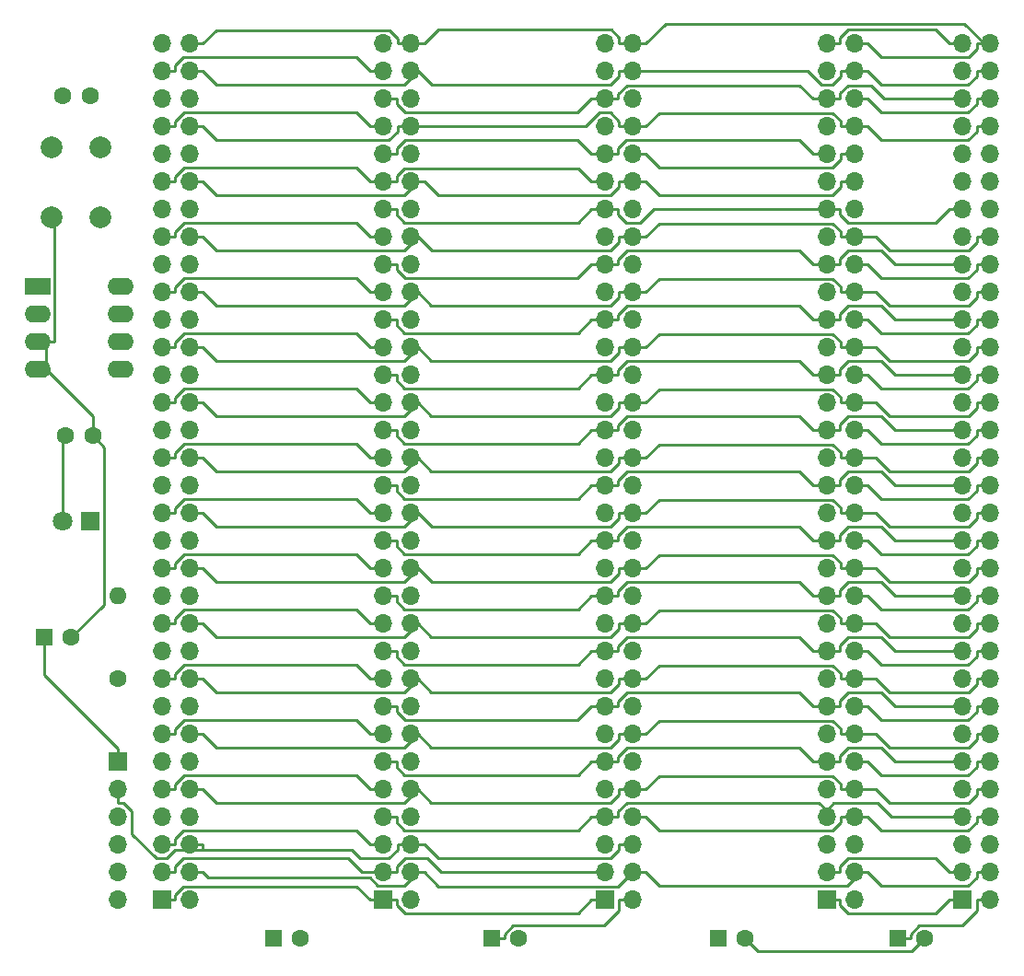
<source format=gtl>
G04 #@! TF.GenerationSoftware,KiCad,Pcbnew,(6.0.2)*
G04 #@! TF.CreationDate,2022-10-15T15:33:44-07:00*
G04 #@! TF.ProjectId,Backplane,4261636b-706c-4616-9e65-2e6b69636164,1.0*
G04 #@! TF.SameCoordinates,Original*
G04 #@! TF.FileFunction,Copper,L1,Top*
G04 #@! TF.FilePolarity,Positive*
%FSLAX46Y46*%
G04 Gerber Fmt 4.6, Leading zero omitted, Abs format (unit mm)*
G04 Created by KiCad (PCBNEW (6.0.2)) date 2022-10-15 15:33:44*
%MOMM*%
%LPD*%
G01*
G04 APERTURE LIST*
G04 #@! TA.AperFunction,ComponentPad*
%ADD10R,2.400000X1.600000*%
G04 #@! TD*
G04 #@! TA.AperFunction,ComponentPad*
%ADD11O,2.400000X1.600000*%
G04 #@! TD*
G04 #@! TA.AperFunction,ComponentPad*
%ADD12C,2.000000*%
G04 #@! TD*
G04 #@! TA.AperFunction,ComponentPad*
%ADD13C,1.600000*%
G04 #@! TD*
G04 #@! TA.AperFunction,ComponentPad*
%ADD14O,1.600000X1.600000*%
G04 #@! TD*
G04 #@! TA.AperFunction,ComponentPad*
%ADD15R,1.800000X1.800000*%
G04 #@! TD*
G04 #@! TA.AperFunction,ComponentPad*
%ADD16C,1.800000*%
G04 #@! TD*
G04 #@! TA.AperFunction,ComponentPad*
%ADD17R,1.600000X1.600000*%
G04 #@! TD*
G04 #@! TA.AperFunction,ComponentPad*
%ADD18R,1.700000X1.700000*%
G04 #@! TD*
G04 #@! TA.AperFunction,ComponentPad*
%ADD19O,1.700000X1.700000*%
G04 #@! TD*
G04 #@! TA.AperFunction,Conductor*
%ADD20C,0.254000*%
G04 #@! TD*
G04 APERTURE END LIST*
D10*
X98537000Y-79512000D03*
D11*
X98537000Y-82052000D03*
X98537000Y-84592000D03*
X98537000Y-87132000D03*
X106157000Y-87132000D03*
X106157000Y-84592000D03*
X106157000Y-82052000D03*
X106157000Y-79512000D03*
D12*
X99822000Y-66652000D03*
X99822000Y-73152000D03*
X104322000Y-66652000D03*
X104322000Y-73152000D03*
D13*
X101112000Y-93218000D03*
X103612000Y-93218000D03*
X103358000Y-61976000D03*
X100858000Y-61976000D03*
X105918000Y-115570000D03*
D14*
X105918000Y-107950000D03*
D15*
X103383000Y-101092000D03*
D16*
X100843000Y-101092000D03*
D17*
X99147600Y-111760000D03*
D13*
X101647600Y-111760000D03*
D17*
X120206900Y-139446000D03*
D13*
X122706900Y-139446000D03*
D17*
X177610900Y-139446000D03*
D13*
X180110900Y-139446000D03*
D17*
X161100900Y-139446000D03*
D13*
X163600900Y-139446000D03*
D17*
X140272900Y-139446000D03*
D13*
X142772900Y-139446000D03*
D18*
X109962000Y-135895000D03*
D19*
X112502000Y-135895000D03*
X109962000Y-133355000D03*
X112502000Y-133355000D03*
X109962000Y-130815000D03*
X112502000Y-130815000D03*
X109962000Y-128275000D03*
X112502000Y-128275000D03*
X109962000Y-125735000D03*
X112502000Y-125735000D03*
X109962000Y-123195000D03*
X112502000Y-123195000D03*
X109962000Y-120655000D03*
X112502000Y-120655000D03*
X109962000Y-118115000D03*
X112502000Y-118115000D03*
X109962000Y-115575000D03*
X112502000Y-115575000D03*
X109962000Y-113035000D03*
X112502000Y-113035000D03*
X109962000Y-110495000D03*
X112502000Y-110495000D03*
X109962000Y-107955000D03*
X112502000Y-107955000D03*
X109962000Y-105415000D03*
X112502000Y-105415000D03*
X109962000Y-102875000D03*
X112502000Y-102875000D03*
X109962000Y-100335000D03*
X112502000Y-100335000D03*
X109962000Y-97795000D03*
X112502000Y-97795000D03*
X109962000Y-95255000D03*
X112502000Y-95255000D03*
X109962000Y-92715000D03*
X112502000Y-92715000D03*
X109962000Y-90175000D03*
X112502000Y-90175000D03*
X109962000Y-87635000D03*
X112502000Y-87635000D03*
X109962000Y-85095000D03*
X112502000Y-85095000D03*
X109962000Y-82555000D03*
X112502000Y-82555000D03*
X109962000Y-80015000D03*
X112502000Y-80015000D03*
X109962000Y-77475000D03*
X112502000Y-77475000D03*
X109962000Y-74935000D03*
X112502000Y-74935000D03*
X109962000Y-72395000D03*
X112502000Y-72395000D03*
X109962000Y-69855000D03*
X112502000Y-69855000D03*
X109962000Y-67315000D03*
X112502000Y-67315000D03*
X109962000Y-64775000D03*
X112502000Y-64775000D03*
X109962000Y-62235000D03*
X112502000Y-62235000D03*
X109962000Y-59695000D03*
X112502000Y-59695000D03*
X109962000Y-57155000D03*
X112502000Y-57155000D03*
X132879300Y-57155000D03*
X130339300Y-57155000D03*
X132879300Y-59695000D03*
X130339300Y-59695000D03*
X132879300Y-62235000D03*
X130339300Y-62235000D03*
X132879300Y-64775000D03*
X130339300Y-64775000D03*
X132879300Y-67315000D03*
X130339300Y-67315000D03*
X132879300Y-69855000D03*
X130339300Y-69855000D03*
X132879300Y-72395000D03*
X130339300Y-72395000D03*
X132879300Y-74935000D03*
X130339300Y-74935000D03*
X132879300Y-77475000D03*
X130339300Y-77475000D03*
X132879300Y-80015000D03*
X130339300Y-80015000D03*
X132879300Y-82555000D03*
X130339300Y-82555000D03*
X132879300Y-85095000D03*
X130339300Y-85095000D03*
X132879300Y-87635000D03*
X130339300Y-87635000D03*
X132879300Y-90175000D03*
X130339300Y-90175000D03*
X132879300Y-92715000D03*
X130339300Y-92715000D03*
X132879300Y-95255000D03*
X130339300Y-95255000D03*
X132879300Y-97795000D03*
X130339300Y-97795000D03*
X132879300Y-100335000D03*
X130339300Y-100335000D03*
X132879300Y-102875000D03*
X130339300Y-102875000D03*
X132879300Y-105415000D03*
X130339300Y-105415000D03*
X132879300Y-107955000D03*
X130339300Y-107955000D03*
X132879300Y-110495000D03*
X130339300Y-110495000D03*
X132879300Y-113035000D03*
X130339300Y-113035000D03*
X132879300Y-115575000D03*
X130339300Y-115575000D03*
X132879300Y-118115000D03*
X130339300Y-118115000D03*
X132879300Y-120655000D03*
X130339300Y-120655000D03*
X132879300Y-123195000D03*
X130339300Y-123195000D03*
X132879300Y-125735000D03*
X130339300Y-125735000D03*
X132879300Y-128275000D03*
X130339300Y-128275000D03*
X132879300Y-130815000D03*
X130339300Y-130815000D03*
X132879300Y-133355000D03*
X130339300Y-133355000D03*
X132879300Y-135895000D03*
D18*
X130339300Y-135895000D03*
D19*
X173634000Y-57155000D03*
X171094000Y-57155000D03*
X173634000Y-59695000D03*
X171094000Y-59695000D03*
X173634000Y-62235000D03*
X171094000Y-62235000D03*
X173634000Y-64775000D03*
X171094000Y-64775000D03*
X173634000Y-67315000D03*
X171094000Y-67315000D03*
X173634000Y-69855000D03*
X171094000Y-69855000D03*
X173634000Y-72395000D03*
X171094000Y-72395000D03*
X173634000Y-74935000D03*
X171094000Y-74935000D03*
X173634000Y-77475000D03*
X171094000Y-77475000D03*
X173634000Y-80015000D03*
X171094000Y-80015000D03*
X173634000Y-82555000D03*
X171094000Y-82555000D03*
X173634000Y-85095000D03*
X171094000Y-85095000D03*
X173634000Y-87635000D03*
X171094000Y-87635000D03*
X173634000Y-90175000D03*
X171094000Y-90175000D03*
X173634000Y-92715000D03*
X171094000Y-92715000D03*
X173634000Y-95255000D03*
X171094000Y-95255000D03*
X173634000Y-97795000D03*
X171094000Y-97795000D03*
X173634000Y-100335000D03*
X171094000Y-100335000D03*
X173634000Y-102875000D03*
X171094000Y-102875000D03*
X173634000Y-105415000D03*
X171094000Y-105415000D03*
X173634000Y-107955000D03*
X171094000Y-107955000D03*
X173634000Y-110495000D03*
X171094000Y-110495000D03*
X173634000Y-113035000D03*
X171094000Y-113035000D03*
X173634000Y-115575000D03*
X171094000Y-115575000D03*
X173634000Y-118115000D03*
X171094000Y-118115000D03*
X173634000Y-120655000D03*
X171094000Y-120655000D03*
X173634000Y-123195000D03*
X171094000Y-123195000D03*
X173634000Y-125735000D03*
X171094000Y-125735000D03*
X173634000Y-128275000D03*
X171094000Y-128275000D03*
X173634000Y-130815000D03*
X171094000Y-130815000D03*
X173634000Y-133355000D03*
X171094000Y-133355000D03*
X173634000Y-135895000D03*
D18*
X171094000Y-135895000D03*
D19*
X153256700Y-57155000D03*
X150716700Y-57155000D03*
X153256700Y-59695000D03*
X150716700Y-59695000D03*
X153256700Y-62235000D03*
X150716700Y-62235000D03*
X153256700Y-64775000D03*
X150716700Y-64775000D03*
X153256700Y-67315000D03*
X150716700Y-67315000D03*
X153256700Y-69855000D03*
X150716700Y-69855000D03*
X153256700Y-72395000D03*
X150716700Y-72395000D03*
X153256700Y-74935000D03*
X150716700Y-74935000D03*
X153256700Y-77475000D03*
X150716700Y-77475000D03*
X153256700Y-80015000D03*
X150716700Y-80015000D03*
X153256700Y-82555000D03*
X150716700Y-82555000D03*
X153256700Y-85095000D03*
X150716700Y-85095000D03*
X153256700Y-87635000D03*
X150716700Y-87635000D03*
X153256700Y-90175000D03*
X150716700Y-90175000D03*
X153256700Y-92715000D03*
X150716700Y-92715000D03*
X153256700Y-95255000D03*
X150716700Y-95255000D03*
X153256700Y-97795000D03*
X150716700Y-97795000D03*
X153256700Y-100335000D03*
X150716700Y-100335000D03*
X153256700Y-102875000D03*
X150716700Y-102875000D03*
X153256700Y-105415000D03*
X150716700Y-105415000D03*
X153256700Y-107955000D03*
X150716700Y-107955000D03*
X153256700Y-110495000D03*
X150716700Y-110495000D03*
X153256700Y-113035000D03*
X150716700Y-113035000D03*
X153256700Y-115575000D03*
X150716700Y-115575000D03*
X153256700Y-118115000D03*
X150716700Y-118115000D03*
X153256700Y-120655000D03*
X150716700Y-120655000D03*
X153256700Y-123195000D03*
X150716700Y-123195000D03*
X153256700Y-125735000D03*
X150716700Y-125735000D03*
X153256700Y-128275000D03*
X150716700Y-128275000D03*
X153256700Y-130815000D03*
X150716700Y-130815000D03*
X153256700Y-133355000D03*
X150716700Y-133355000D03*
X153256700Y-135895000D03*
D18*
X150716700Y-135895000D03*
X105918000Y-123190000D03*
D19*
X105918000Y-125730000D03*
X105918000Y-128270000D03*
X105918000Y-130810000D03*
X105918000Y-133350000D03*
X105918000Y-135890000D03*
D18*
X183605000Y-135895000D03*
D19*
X186145000Y-135895000D03*
X183605000Y-133355000D03*
X186145000Y-133355000D03*
X183605000Y-130815000D03*
X186145000Y-130815000D03*
X183605000Y-128275000D03*
X186145000Y-128275000D03*
X183605000Y-125735000D03*
X186145000Y-125735000D03*
X183605000Y-123195000D03*
X186145000Y-123195000D03*
X183605000Y-120655000D03*
X186145000Y-120655000D03*
X183605000Y-118115000D03*
X186145000Y-118115000D03*
X183605000Y-115575000D03*
X186145000Y-115575000D03*
X183605000Y-113035000D03*
X186145000Y-113035000D03*
X183605000Y-110495000D03*
X186145000Y-110495000D03*
X183605000Y-107955000D03*
X186145000Y-107955000D03*
X183605000Y-105415000D03*
X186145000Y-105415000D03*
X183605000Y-102875000D03*
X186145000Y-102875000D03*
X183605000Y-100335000D03*
X186145000Y-100335000D03*
X183605000Y-97795000D03*
X186145000Y-97795000D03*
X183605000Y-95255000D03*
X186145000Y-95255000D03*
X183605000Y-92715000D03*
X186145000Y-92715000D03*
X183605000Y-90175000D03*
X186145000Y-90175000D03*
X183605000Y-87635000D03*
X186145000Y-87635000D03*
X183605000Y-85095000D03*
X186145000Y-85095000D03*
X183605000Y-82555000D03*
X186145000Y-82555000D03*
X183605000Y-80015000D03*
X186145000Y-80015000D03*
X183605000Y-77475000D03*
X186145000Y-77475000D03*
X183605000Y-74935000D03*
X186145000Y-74935000D03*
X183605000Y-72395000D03*
X186145000Y-72395000D03*
X183605000Y-69855000D03*
X186145000Y-69855000D03*
X183605000Y-67315000D03*
X186145000Y-67315000D03*
X183605000Y-64775000D03*
X186145000Y-64775000D03*
X183605000Y-62235000D03*
X186145000Y-62235000D03*
X183605000Y-59695000D03*
X186145000Y-59695000D03*
X183605000Y-57155000D03*
X186145000Y-57155000D03*
D20*
X173634000Y-125735000D02*
X174865300Y-125735000D01*
X186145000Y-125735000D02*
X184913700Y-125735000D01*
X175584100Y-125735000D02*
X174865300Y-125735000D01*
X176854100Y-127005000D02*
X175584100Y-125735000D01*
X184153900Y-127005000D02*
X176854100Y-127005000D01*
X184913700Y-126245200D02*
X184153900Y-127005000D01*
X184913700Y-125735000D02*
X184913700Y-126245200D01*
X132879300Y-125735000D02*
X133495000Y-125735000D01*
X172402700Y-125224800D02*
X172402700Y-125735000D01*
X171672700Y-124494800D02*
X172402700Y-125224800D01*
X155728200Y-124494800D02*
X171672700Y-124494800D01*
X154488000Y-125735000D02*
X155728200Y-124494800D01*
X173634000Y-125735000D02*
X172402700Y-125735000D01*
X132260900Y-126969100D02*
X133495000Y-125735000D01*
X114967400Y-126969100D02*
X132260900Y-126969100D01*
X113733300Y-125735000D02*
X114967400Y-126969100D01*
X153872400Y-125735000D02*
X154488000Y-125735000D01*
X153872400Y-125735000D02*
X153256700Y-125735000D01*
X134726400Y-126966400D02*
X133495000Y-125735000D01*
X151255700Y-126966400D02*
X134726400Y-126966400D01*
X152025400Y-126196700D02*
X151255700Y-126966400D01*
X152025400Y-125735000D02*
X152025400Y-126196700D01*
X153256700Y-125735000D02*
X152025400Y-125735000D01*
X112502000Y-125735000D02*
X113733300Y-125735000D01*
X173634000Y-100335000D02*
X174865300Y-100335000D01*
X186145000Y-100335000D02*
X184913700Y-100335000D01*
X175584100Y-100335000D02*
X174865300Y-100335000D01*
X176854100Y-101605000D02*
X175584100Y-100335000D01*
X184153900Y-101605000D02*
X176854100Y-101605000D01*
X184913700Y-100845200D02*
X184153900Y-101605000D01*
X184913700Y-100335000D02*
X184913700Y-100845200D01*
X132879300Y-100335000D02*
X133495000Y-100335000D01*
X172402700Y-99824800D02*
X172402700Y-100335000D01*
X171672700Y-99094800D02*
X172402700Y-99824800D01*
X155728200Y-99094800D02*
X171672700Y-99094800D01*
X154488000Y-100335000D02*
X155728200Y-99094800D01*
X173634000Y-100335000D02*
X172402700Y-100335000D01*
X132260900Y-101569100D02*
X133495000Y-100335000D01*
X114967400Y-101569100D02*
X132260900Y-101569100D01*
X113733300Y-100335000D02*
X114967400Y-101569100D01*
X153872400Y-100335000D02*
X154488000Y-100335000D01*
X153872400Y-100335000D02*
X153256700Y-100335000D01*
X134765000Y-101605000D02*
X133495000Y-100335000D01*
X151217100Y-101605000D02*
X134765000Y-101605000D01*
X152025400Y-100796700D02*
X151217100Y-101605000D01*
X152025400Y-100335000D02*
X152025400Y-100796700D01*
X153256700Y-100335000D02*
X152025400Y-100335000D01*
X112502000Y-100335000D02*
X113733300Y-100335000D01*
X176121000Y-104130700D02*
X174865300Y-102875000D01*
X184119700Y-104130700D02*
X176121000Y-104130700D01*
X184913700Y-103336700D02*
X184119700Y-104130700D01*
X184913700Y-102875000D02*
X184913700Y-103336700D01*
X186145000Y-102875000D02*
X184913700Y-102875000D01*
X173634000Y-102875000D02*
X174865300Y-102875000D01*
X173634000Y-115575000D02*
X174865300Y-115575000D01*
X186145000Y-115575000D02*
X184913700Y-115575000D01*
X175584100Y-115575000D02*
X174865300Y-115575000D01*
X176854100Y-116845000D02*
X175584100Y-115575000D01*
X184153900Y-116845000D02*
X176854100Y-116845000D01*
X184913700Y-116085200D02*
X184153900Y-116845000D01*
X184913700Y-115575000D02*
X184913700Y-116085200D01*
X132879300Y-115575000D02*
X133495000Y-115575000D01*
X172402700Y-115064800D02*
X172402700Y-115575000D01*
X171672700Y-114334800D02*
X172402700Y-115064800D01*
X155728200Y-114334800D02*
X171672700Y-114334800D01*
X154488000Y-115575000D02*
X155728200Y-114334800D01*
X173634000Y-115575000D02*
X172402700Y-115575000D01*
X132260900Y-116809100D02*
X133495000Y-115575000D01*
X114967400Y-116809100D02*
X132260900Y-116809100D01*
X113733300Y-115575000D02*
X114967400Y-116809100D01*
X153872400Y-115575000D02*
X154488000Y-115575000D01*
X153872400Y-115575000D02*
X153256700Y-115575000D01*
X134726400Y-116806400D02*
X133495000Y-115575000D01*
X151255700Y-116806400D02*
X134726400Y-116806400D01*
X152025400Y-116036700D02*
X151255700Y-116806400D01*
X152025400Y-115575000D02*
X152025400Y-116036700D01*
X153256700Y-115575000D02*
X152025400Y-115575000D01*
X112502000Y-115575000D02*
X113733300Y-115575000D01*
X99147600Y-115188300D02*
X99147600Y-111760000D01*
X105918000Y-121958700D02*
X99147600Y-115188300D01*
X105918000Y-123190000D02*
X105918000Y-121958700D01*
X140272900Y-139446000D02*
X141454200Y-139446000D01*
X141454200Y-139076700D02*
X141454200Y-139446000D01*
X142266200Y-138264700D02*
X141454200Y-139076700D01*
X150656100Y-138264700D02*
X142266200Y-138264700D01*
X152025400Y-136895400D02*
X150656100Y-138264700D01*
X152025400Y-135895000D02*
X152025400Y-136895400D01*
X153256700Y-135895000D02*
X152025400Y-135895000D01*
X178792200Y-139076700D02*
X178792200Y-139446000D01*
X179604200Y-138264700D02*
X178792200Y-139076700D01*
X183544400Y-138264700D02*
X179604200Y-138264700D01*
X184913700Y-136895400D02*
X183544400Y-138264700D01*
X184913700Y-135895000D02*
X184913700Y-136895400D01*
X186145000Y-135895000D02*
X184913700Y-135895000D01*
X177610900Y-139446000D02*
X178792200Y-139446000D01*
X100843000Y-93487000D02*
X101112000Y-93218000D01*
X100843000Y-101092000D02*
X100843000Y-93487000D01*
X176121000Y-129530700D02*
X174865300Y-128275000D01*
X184119700Y-129530700D02*
X176121000Y-129530700D01*
X184913700Y-128736700D02*
X184119700Y-129530700D01*
X184913700Y-128275000D02*
X184913700Y-128736700D01*
X186145000Y-128275000D02*
X184913700Y-128275000D01*
X173634000Y-128275000D02*
X174865300Y-128275000D01*
X172402700Y-128785200D02*
X172402700Y-128275000D01*
X171642900Y-129545000D02*
X172402700Y-128785200D01*
X155758000Y-129545000D02*
X171642900Y-129545000D01*
X154488000Y-128275000D02*
X155758000Y-129545000D01*
X153256700Y-128275000D02*
X154488000Y-128275000D01*
X173634000Y-128275000D02*
X172402700Y-128275000D01*
X176121000Y-124450700D02*
X174865300Y-123195000D01*
X184119700Y-124450700D02*
X176121000Y-124450700D01*
X184913700Y-123656700D02*
X184119700Y-124450700D01*
X184913700Y-123195000D02*
X184913700Y-123656700D01*
X186145000Y-123195000D02*
X184913700Y-123195000D01*
X173634000Y-123195000D02*
X174865300Y-123195000D01*
X131570600Y-66804800D02*
X131570600Y-67315000D01*
X132330400Y-66045000D02*
X131570600Y-66804800D01*
X148215400Y-66045000D02*
X132330400Y-66045000D01*
X149485400Y-67315000D02*
X148215400Y-66045000D01*
X150716700Y-67315000D02*
X149485400Y-67315000D01*
X130339300Y-67315000D02*
X131570600Y-67315000D01*
X151948000Y-66804800D02*
X151948000Y-67315000D01*
X152707800Y-66045000D02*
X151948000Y-66804800D01*
X168592700Y-66045000D02*
X152707800Y-66045000D01*
X169862700Y-67315000D02*
X168592700Y-66045000D01*
X171094000Y-67315000D02*
X169862700Y-67315000D01*
X150716700Y-67315000D02*
X151948000Y-67315000D01*
X109962000Y-69855000D02*
X111193300Y-69855000D01*
X130339300Y-69855000D02*
X129108000Y-69855000D01*
X127838000Y-68585000D02*
X129108000Y-69855000D01*
X112001600Y-68585000D02*
X127838000Y-68585000D01*
X111193300Y-69393300D02*
X112001600Y-68585000D01*
X111193300Y-69855000D02*
X111193300Y-69393300D01*
X131570600Y-69344800D02*
X131570600Y-69855000D01*
X132291800Y-68623600D02*
X131570600Y-69344800D01*
X148254000Y-68623600D02*
X132291800Y-68623600D01*
X149485400Y-69855000D02*
X148254000Y-68623600D01*
X150716700Y-69855000D02*
X149485400Y-69855000D01*
X130339300Y-69855000D02*
X131570600Y-69855000D01*
X131570600Y-72905200D02*
X131570600Y-72395000D01*
X132300600Y-73635200D02*
X131570600Y-72905200D01*
X148245200Y-73635200D02*
X132300600Y-73635200D01*
X149485400Y-72395000D02*
X148245200Y-73635200D01*
X150716700Y-72395000D02*
X149485400Y-72395000D01*
X130339300Y-72395000D02*
X131570600Y-72395000D01*
X151948000Y-72905200D02*
X151948000Y-72395000D01*
X152707800Y-73665000D02*
X151948000Y-72905200D01*
X153940900Y-73665000D02*
X152707800Y-73665000D01*
X155210900Y-72395000D02*
X153940900Y-73665000D01*
X171094000Y-72395000D02*
X155210900Y-72395000D01*
X150716700Y-72395000D02*
X151948000Y-72395000D01*
X172325300Y-72905200D02*
X172325300Y-72395000D01*
X173085100Y-73665000D02*
X172325300Y-72905200D01*
X181103700Y-73665000D02*
X173085100Y-73665000D01*
X182373700Y-72395000D02*
X181103700Y-73665000D01*
X183605000Y-72395000D02*
X182373700Y-72395000D01*
X171094000Y-72395000D02*
X172325300Y-72395000D01*
X176121000Y-109210700D02*
X174865300Y-107955000D01*
X184119700Y-109210700D02*
X176121000Y-109210700D01*
X184913700Y-108416700D02*
X184119700Y-109210700D01*
X184913700Y-107955000D02*
X184913700Y-108416700D01*
X186145000Y-107955000D02*
X184913700Y-107955000D01*
X173634000Y-107955000D02*
X174865300Y-107955000D01*
X173634000Y-110495000D02*
X174865300Y-110495000D01*
X186145000Y-110495000D02*
X184913700Y-110495000D01*
X175584100Y-110495000D02*
X174865300Y-110495000D01*
X176854100Y-111765000D02*
X175584100Y-110495000D01*
X184153900Y-111765000D02*
X176854100Y-111765000D01*
X184913700Y-111005200D02*
X184153900Y-111765000D01*
X184913700Y-110495000D02*
X184913700Y-111005200D01*
X132879300Y-110495000D02*
X133495000Y-110495000D01*
X172402700Y-109984800D02*
X172402700Y-110495000D01*
X171672700Y-109254800D02*
X172402700Y-109984800D01*
X155728200Y-109254800D02*
X171672700Y-109254800D01*
X154488000Y-110495000D02*
X155728200Y-109254800D01*
X173634000Y-110495000D02*
X172402700Y-110495000D01*
X132260900Y-111729100D02*
X133495000Y-110495000D01*
X114967400Y-111729100D02*
X132260900Y-111729100D01*
X113733300Y-110495000D02*
X114967400Y-111729100D01*
X153872400Y-110495000D02*
X154488000Y-110495000D01*
X153872400Y-110495000D02*
X153256700Y-110495000D01*
X134750700Y-111750700D02*
X133495000Y-110495000D01*
X151231400Y-111750700D02*
X134750700Y-111750700D01*
X152025400Y-110956700D02*
X151231400Y-111750700D01*
X152025400Y-110495000D02*
X152025400Y-110956700D01*
X153256700Y-110495000D02*
X152025400Y-110495000D01*
X112502000Y-110495000D02*
X113733300Y-110495000D01*
X176121000Y-114290700D02*
X174865300Y-113035000D01*
X184119700Y-114290700D02*
X176121000Y-114290700D01*
X184913700Y-113496700D02*
X184119700Y-114290700D01*
X184913700Y-113035000D02*
X184913700Y-113496700D01*
X186145000Y-113035000D02*
X184913700Y-113035000D01*
X173634000Y-113035000D02*
X174865300Y-113035000D01*
X176121000Y-119370700D02*
X174865300Y-118115000D01*
X184119700Y-119370700D02*
X176121000Y-119370700D01*
X184913700Y-118576700D02*
X184119700Y-119370700D01*
X184913700Y-118115000D02*
X184913700Y-118576700D01*
X186145000Y-118115000D02*
X184913700Y-118115000D01*
X173634000Y-118115000D02*
X174865300Y-118115000D01*
X176121000Y-93970700D02*
X174865300Y-92715000D01*
X184119700Y-93970700D02*
X176121000Y-93970700D01*
X184913700Y-93176700D02*
X184119700Y-93970700D01*
X184913700Y-92715000D02*
X184913700Y-93176700D01*
X186145000Y-92715000D02*
X184913700Y-92715000D01*
X173634000Y-92715000D02*
X174865300Y-92715000D01*
X127838000Y-63505000D02*
X129108000Y-64775000D01*
X112001600Y-63505000D02*
X127838000Y-63505000D01*
X111193300Y-64313300D02*
X112001600Y-63505000D01*
X111193300Y-64775000D02*
X111193300Y-64313300D01*
X109962000Y-64775000D02*
X111193300Y-64775000D01*
X130339300Y-64775000D02*
X129108000Y-64775000D01*
X151332400Y-62235000D02*
X151948000Y-62235000D01*
X171094000Y-62235000D02*
X169862700Y-62235000D01*
X168607000Y-60979300D02*
X169862700Y-62235000D01*
X152742000Y-60979300D02*
X168607000Y-60979300D01*
X151948000Y-61773300D02*
X152742000Y-60979300D01*
X151948000Y-62235000D02*
X151948000Y-61773300D01*
X151332400Y-62235000D02*
X150716700Y-62235000D01*
X150716700Y-62235000D02*
X149485400Y-62235000D01*
X130339300Y-62235000D02*
X131570600Y-62235000D01*
X172325300Y-61724800D02*
X172325300Y-62235000D01*
X173046500Y-61003600D02*
X172325300Y-61724800D01*
X175158200Y-61003600D02*
X173046500Y-61003600D01*
X176389600Y-62235000D02*
X175158200Y-61003600D01*
X183605000Y-62235000D02*
X176389600Y-62235000D01*
X171094000Y-62235000D02*
X172325300Y-62235000D01*
X131570600Y-62745200D02*
X131570600Y-62235000D01*
X132330400Y-63505000D02*
X131570600Y-62745200D01*
X148215400Y-63505000D02*
X132330400Y-63505000D01*
X149485400Y-62235000D02*
X148215400Y-63505000D01*
X176121000Y-99050700D02*
X174865300Y-97795000D01*
X184119700Y-99050700D02*
X176121000Y-99050700D01*
X184913700Y-98256700D02*
X184119700Y-99050700D01*
X184913700Y-97795000D02*
X184913700Y-98256700D01*
X186145000Y-97795000D02*
X184913700Y-97795000D01*
X173634000Y-97795000D02*
X174865300Y-97795000D01*
X173634000Y-95255000D02*
X174865300Y-95255000D01*
X186145000Y-95255000D02*
X184913700Y-95255000D01*
X175584100Y-95255000D02*
X174865300Y-95255000D01*
X176854100Y-96525000D02*
X175584100Y-95255000D01*
X184153900Y-96525000D02*
X176854100Y-96525000D01*
X184913700Y-95765200D02*
X184153900Y-96525000D01*
X184913700Y-95255000D02*
X184913700Y-95765200D01*
X132879300Y-95255000D02*
X133495000Y-95255000D01*
X172402700Y-94744800D02*
X172402700Y-95255000D01*
X171672700Y-94014800D02*
X172402700Y-94744800D01*
X155728200Y-94014800D02*
X171672700Y-94014800D01*
X154488000Y-95255000D02*
X155728200Y-94014800D01*
X173634000Y-95255000D02*
X172402700Y-95255000D01*
X132260900Y-96489100D02*
X133495000Y-95255000D01*
X114967400Y-96489100D02*
X132260900Y-96489100D01*
X113733300Y-95255000D02*
X114967400Y-96489100D01*
X153872400Y-95255000D02*
X154488000Y-95255000D01*
X153872400Y-95255000D02*
X153256700Y-95255000D01*
X134726400Y-96486400D02*
X133495000Y-95255000D01*
X151255700Y-96486400D02*
X134726400Y-96486400D01*
X152025400Y-95716700D02*
X151255700Y-96486400D01*
X152025400Y-95255000D02*
X152025400Y-95716700D01*
X153256700Y-95255000D02*
X152025400Y-95255000D01*
X112502000Y-95255000D02*
X113733300Y-95255000D01*
X173634000Y-90175000D02*
X174865300Y-90175000D01*
X186145000Y-90175000D02*
X184913700Y-90175000D01*
X175584100Y-90175000D02*
X174865300Y-90175000D01*
X176854100Y-91445000D02*
X175584100Y-90175000D01*
X184153900Y-91445000D02*
X176854100Y-91445000D01*
X184913700Y-90685200D02*
X184153900Y-91445000D01*
X184913700Y-90175000D02*
X184913700Y-90685200D01*
X132879300Y-90175000D02*
X133495000Y-90175000D01*
X172402700Y-89664800D02*
X172402700Y-90175000D01*
X171672700Y-88934800D02*
X172402700Y-89664800D01*
X155728200Y-88934800D02*
X171672700Y-88934800D01*
X154488000Y-90175000D02*
X155728200Y-88934800D01*
X173634000Y-90175000D02*
X172402700Y-90175000D01*
X132260900Y-91409100D02*
X133495000Y-90175000D01*
X114967400Y-91409100D02*
X132260900Y-91409100D01*
X113733300Y-90175000D02*
X114967400Y-91409100D01*
X153872400Y-90175000D02*
X154488000Y-90175000D01*
X153872400Y-90175000D02*
X153256700Y-90175000D01*
X134726400Y-91406400D02*
X133495000Y-90175000D01*
X151255700Y-91406400D02*
X134726400Y-91406400D01*
X152025400Y-90636700D02*
X151255700Y-91406400D01*
X152025400Y-90175000D02*
X152025400Y-90636700D01*
X153256700Y-90175000D02*
X152025400Y-90175000D01*
X112502000Y-90175000D02*
X113733300Y-90175000D01*
X176121000Y-88890700D02*
X174865300Y-87635000D01*
X184119700Y-88890700D02*
X176121000Y-88890700D01*
X184913700Y-88096700D02*
X184119700Y-88890700D01*
X184913700Y-87635000D02*
X184913700Y-88096700D01*
X186145000Y-87635000D02*
X184913700Y-87635000D01*
X173634000Y-87635000D02*
X174865300Y-87635000D01*
X173634000Y-85095000D02*
X174865300Y-85095000D01*
X186145000Y-85095000D02*
X184913700Y-85095000D01*
X175584100Y-85095000D02*
X174865300Y-85095000D01*
X176854100Y-86365000D02*
X175584100Y-85095000D01*
X184153900Y-86365000D02*
X176854100Y-86365000D01*
X184913700Y-85605200D02*
X184153900Y-86365000D01*
X184913700Y-85095000D02*
X184913700Y-85605200D01*
X132879300Y-85095000D02*
X133495000Y-85095000D01*
X172402700Y-84584800D02*
X172402700Y-85095000D01*
X171672700Y-83854800D02*
X172402700Y-84584800D01*
X155728200Y-83854800D02*
X171672700Y-83854800D01*
X154488000Y-85095000D02*
X155728200Y-83854800D01*
X173634000Y-85095000D02*
X172402700Y-85095000D01*
X132260900Y-86329100D02*
X133495000Y-85095000D01*
X114967400Y-86329100D02*
X132260900Y-86329100D01*
X113733300Y-85095000D02*
X114967400Y-86329100D01*
X153872400Y-85095000D02*
X154488000Y-85095000D01*
X153872400Y-85095000D02*
X153256700Y-85095000D01*
X134726400Y-86326400D02*
X133495000Y-85095000D01*
X151255700Y-86326400D02*
X134726400Y-86326400D01*
X152025400Y-85556700D02*
X151255700Y-86326400D01*
X152025400Y-85095000D02*
X152025400Y-85556700D01*
X153256700Y-85095000D02*
X152025400Y-85095000D01*
X112502000Y-85095000D02*
X113733300Y-85095000D01*
X176121000Y-83810700D02*
X174865300Y-82555000D01*
X184119700Y-83810700D02*
X176121000Y-83810700D01*
X184913700Y-83016700D02*
X184119700Y-83810700D01*
X184913700Y-82555000D02*
X184913700Y-83016700D01*
X186145000Y-82555000D02*
X184913700Y-82555000D01*
X173634000Y-82555000D02*
X174865300Y-82555000D01*
X173634000Y-80015000D02*
X174865300Y-80015000D01*
X186145000Y-80015000D02*
X184913700Y-80015000D01*
X175584100Y-80015000D02*
X174865300Y-80015000D01*
X176854100Y-81285000D02*
X175584100Y-80015000D01*
X184153900Y-81285000D02*
X176854100Y-81285000D01*
X184913700Y-80525200D02*
X184153900Y-81285000D01*
X184913700Y-80015000D02*
X184913700Y-80525200D01*
X132879300Y-80015000D02*
X133495000Y-80015000D01*
X172402700Y-79504800D02*
X172402700Y-80015000D01*
X171672700Y-78774800D02*
X172402700Y-79504800D01*
X155728200Y-78774800D02*
X171672700Y-78774800D01*
X154488000Y-80015000D02*
X155728200Y-78774800D01*
X173634000Y-80015000D02*
X172402700Y-80015000D01*
X132260900Y-81249100D02*
X133495000Y-80015000D01*
X114967400Y-81249100D02*
X132260900Y-81249100D01*
X113733300Y-80015000D02*
X114967400Y-81249100D01*
X153872400Y-80015000D02*
X154488000Y-80015000D01*
X153872400Y-80015000D02*
X153256700Y-80015000D01*
X134726400Y-81246400D02*
X133495000Y-80015000D01*
X151255700Y-81246400D02*
X134726400Y-81246400D01*
X152025400Y-80476700D02*
X151255700Y-81246400D01*
X152025400Y-80015000D02*
X152025400Y-80476700D01*
X153256700Y-80015000D02*
X152025400Y-80015000D01*
X112502000Y-80015000D02*
X113733300Y-80015000D01*
X176121000Y-78730700D02*
X174865300Y-77475000D01*
X184119700Y-78730700D02*
X176121000Y-78730700D01*
X184913700Y-77936700D02*
X184119700Y-78730700D01*
X184913700Y-77475000D02*
X184913700Y-77936700D01*
X186145000Y-77475000D02*
X184913700Y-77475000D01*
X173634000Y-77475000D02*
X174865300Y-77475000D01*
X173634000Y-74935000D02*
X174865300Y-74935000D01*
X186145000Y-74935000D02*
X184913700Y-74935000D01*
X175584100Y-74935000D02*
X174865300Y-74935000D01*
X176854100Y-76205000D02*
X175584100Y-74935000D01*
X184153900Y-76205000D02*
X176854100Y-76205000D01*
X184913700Y-75445200D02*
X184153900Y-76205000D01*
X184913700Y-74935000D02*
X184913700Y-75445200D01*
X132879300Y-74935000D02*
X133495000Y-74935000D01*
X172402700Y-74424800D02*
X172402700Y-74935000D01*
X171672700Y-73694800D02*
X172402700Y-74424800D01*
X155728200Y-73694800D02*
X171672700Y-73694800D01*
X154488000Y-74935000D02*
X155728200Y-73694800D01*
X173634000Y-74935000D02*
X172402700Y-74935000D01*
X132260900Y-76169100D02*
X133495000Y-74935000D01*
X114967400Y-76169100D02*
X132260900Y-76169100D01*
X113733300Y-74935000D02*
X114967400Y-76169100D01*
X153872400Y-74935000D02*
X154488000Y-74935000D01*
X153872400Y-74935000D02*
X153256700Y-74935000D01*
X134765000Y-76205000D02*
X133495000Y-74935000D01*
X151217100Y-76205000D02*
X134765000Y-76205000D01*
X152025400Y-75396700D02*
X151217100Y-76205000D01*
X152025400Y-74935000D02*
X152025400Y-75396700D01*
X153256700Y-74935000D02*
X152025400Y-74935000D01*
X112502000Y-74935000D02*
X113733300Y-74935000D01*
X132879300Y-69855000D02*
X133495000Y-69855000D01*
X133495000Y-69855000D02*
X134110600Y-69855000D01*
X152025400Y-70365200D02*
X152025400Y-69855000D01*
X151265600Y-71125000D02*
X152025400Y-70365200D01*
X135380600Y-71125000D02*
X151265600Y-71125000D01*
X134110600Y-69855000D02*
X135380600Y-71125000D01*
X132260900Y-71089100D02*
X133495000Y-69855000D01*
X114967400Y-71089100D02*
X132260900Y-71089100D01*
X113733300Y-69855000D02*
X114967400Y-71089100D01*
X152641100Y-69855000D02*
X152025400Y-69855000D01*
X152641100Y-69855000D02*
X153256700Y-69855000D01*
X112502000Y-69855000D02*
X113733300Y-69855000D01*
X155743700Y-71110700D02*
X154488000Y-69855000D01*
X171608700Y-71110700D02*
X155743700Y-71110700D01*
X172402700Y-70316700D02*
X171608700Y-71110700D01*
X172402700Y-69855000D02*
X172402700Y-70316700D01*
X173634000Y-69855000D02*
X172402700Y-69855000D01*
X153256700Y-69855000D02*
X154488000Y-69855000D01*
X155724300Y-68551300D02*
X154488000Y-67315000D01*
X171628100Y-68551300D02*
X155724300Y-68551300D01*
X172402700Y-67776700D02*
X171628100Y-68551300D01*
X172402700Y-67315000D02*
X172402700Y-67776700D01*
X173634000Y-67315000D02*
X172402700Y-67315000D01*
X153256700Y-67315000D02*
X154488000Y-67315000D01*
X172402700Y-64264800D02*
X172402700Y-64775000D01*
X171672700Y-63534800D02*
X172402700Y-64264800D01*
X155728200Y-63534800D02*
X171672700Y-63534800D01*
X154488000Y-64775000D02*
X155728200Y-63534800D01*
X173634000Y-64775000D02*
X172402700Y-64775000D01*
X153872400Y-64775000D02*
X154488000Y-64775000D01*
X176121000Y-66030700D02*
X174865300Y-64775000D01*
X184119700Y-66030700D02*
X176121000Y-66030700D01*
X184913700Y-65236700D02*
X184119700Y-66030700D01*
X184913700Y-64775000D02*
X184913700Y-65236700D01*
X186145000Y-64775000D02*
X184913700Y-64775000D01*
X173634000Y-64775000D02*
X174865300Y-64775000D01*
X153872400Y-64775000D02*
X153256700Y-64775000D01*
X153256700Y-64775000D02*
X152025400Y-64775000D01*
X112502000Y-64775000D02*
X113733300Y-64775000D01*
X148975300Y-64775000D02*
X132879300Y-64775000D01*
X150245300Y-63505000D02*
X148975300Y-64775000D01*
X151217100Y-63505000D02*
X150245300Y-63505000D01*
X152025400Y-64313300D02*
X151217100Y-63505000D01*
X152025400Y-64775000D02*
X152025400Y-64313300D01*
X114989000Y-66030700D02*
X113733300Y-64775000D01*
X130854000Y-66030700D02*
X114989000Y-66030700D01*
X131648000Y-65236700D02*
X130854000Y-66030700D01*
X131648000Y-64775000D02*
X131648000Y-65236700D01*
X132879300Y-64775000D02*
X131648000Y-64775000D01*
X176121000Y-63490700D02*
X174865300Y-62235000D01*
X184119700Y-63490700D02*
X176121000Y-63490700D01*
X184913700Y-62696700D02*
X184119700Y-63490700D01*
X184913700Y-62235000D02*
X184913700Y-62696700D01*
X186145000Y-62235000D02*
X184913700Y-62235000D01*
X173634000Y-62235000D02*
X174865300Y-62235000D01*
X132879300Y-59695000D02*
X133495000Y-59695000D01*
X115003300Y-60965000D02*
X113733300Y-59695000D01*
X132225000Y-60965000D02*
X115003300Y-60965000D01*
X133495000Y-59695000D02*
X132225000Y-60965000D01*
X173634000Y-59695000D02*
X172402700Y-59695000D01*
X169352600Y-59695000D02*
X153256700Y-59695000D01*
X170622600Y-60965000D02*
X169352600Y-59695000D01*
X171594400Y-60965000D02*
X170622600Y-60965000D01*
X172402700Y-60156700D02*
X171594400Y-60965000D01*
X172402700Y-59695000D02*
X172402700Y-60156700D01*
X134765000Y-60965000D02*
X133495000Y-59695000D01*
X151217100Y-60965000D02*
X134765000Y-60965000D01*
X152025400Y-60156700D02*
X151217100Y-60965000D01*
X152025400Y-59695000D02*
X152025400Y-60156700D01*
X153256700Y-59695000D02*
X152025400Y-59695000D01*
X112502000Y-59695000D02*
X113733300Y-59695000D01*
X176121000Y-60950700D02*
X174865300Y-59695000D01*
X184119700Y-60950700D02*
X176121000Y-60950700D01*
X184913700Y-60156700D02*
X184119700Y-60950700D01*
X184913700Y-59695000D02*
X184913700Y-60156700D01*
X186145000Y-59695000D02*
X184913700Y-59695000D01*
X173634000Y-59695000D02*
X174865300Y-59695000D01*
X184913700Y-57665200D02*
X184913700Y-57155000D01*
X184153900Y-58425000D02*
X184913700Y-57665200D01*
X176135300Y-58425000D02*
X184153900Y-58425000D01*
X174865300Y-57155000D02*
X176135300Y-58425000D01*
X173634000Y-57155000D02*
X174865300Y-57155000D01*
X114969200Y-55919100D02*
X113733300Y-57155000D01*
X130873800Y-55919100D02*
X114969200Y-55919100D01*
X131648000Y-56693300D02*
X130873800Y-55919100D01*
X131648000Y-57155000D02*
X131648000Y-56693300D01*
X112502000Y-57155000D02*
X113733300Y-57155000D01*
X132300200Y-57155000D02*
X131648000Y-57155000D01*
X132300200Y-57155000D02*
X132879300Y-57155000D01*
X152025400Y-56644800D02*
X152025400Y-57155000D01*
X151272000Y-55891400D02*
X152025400Y-56644800D01*
X135374200Y-55891400D02*
X151272000Y-55891400D01*
X134110600Y-57155000D02*
X135374200Y-55891400D01*
X132879300Y-57155000D02*
X134110600Y-57155000D01*
X153256700Y-57155000D02*
X152025400Y-57155000D01*
X186145000Y-57155000D02*
X185565900Y-57155000D01*
X185565900Y-57155000D02*
X184913700Y-57155000D01*
X156277100Y-55365900D02*
X154488000Y-57155000D01*
X183776800Y-55365900D02*
X156277100Y-55365900D01*
X185565900Y-57155000D02*
X183776800Y-55365900D01*
X153256700Y-57155000D02*
X154488000Y-57155000D01*
X172325300Y-56644800D02*
X172325300Y-57155000D01*
X173095800Y-55874300D02*
X172325300Y-56644800D01*
X181093000Y-55874300D02*
X173095800Y-55874300D01*
X182373700Y-57155000D02*
X181093000Y-55874300D01*
X183605000Y-57155000D02*
X182373700Y-57155000D01*
X171094000Y-57155000D02*
X172325300Y-57155000D01*
X111193300Y-59184800D02*
X111193300Y-59695000D01*
X111953100Y-58425000D02*
X111193300Y-59184800D01*
X127838000Y-58425000D02*
X111953100Y-58425000D01*
X129108000Y-59695000D02*
X127838000Y-58425000D01*
X130339300Y-59695000D02*
X129108000Y-59695000D01*
X109962000Y-59695000D02*
X111193300Y-59695000D01*
X176121000Y-134610700D02*
X174865300Y-133355000D01*
X184119700Y-134610700D02*
X176121000Y-134610700D01*
X184913700Y-133816700D02*
X184119700Y-134610700D01*
X184913700Y-133355000D02*
X184913700Y-133816700D01*
X186145000Y-133355000D02*
X184913700Y-133355000D01*
X135419200Y-134663600D02*
X134110600Y-133355000D01*
X151948100Y-134663600D02*
X135419200Y-134663600D01*
X153256700Y-133355000D02*
X151948100Y-134663600D01*
X173634000Y-133355000D02*
X174249700Y-133355000D01*
X174249700Y-133355000D02*
X174865300Y-133355000D01*
X155734300Y-134601300D02*
X154488000Y-133355000D01*
X173003400Y-134601300D02*
X155734300Y-134601300D01*
X174249700Y-133355000D02*
X173003400Y-134601300D01*
X153256700Y-133355000D02*
X154488000Y-133355000D01*
X132879300Y-133355000D02*
X133495000Y-133355000D01*
X133495000Y-133355000D02*
X134110600Y-133355000D01*
X114243400Y-133865100D02*
X113733300Y-133355000D01*
X129108000Y-133865100D02*
X114243400Y-133865100D01*
X129844200Y-134601300D02*
X129108000Y-133865100D01*
X132248700Y-134601300D02*
X129844200Y-134601300D01*
X133495000Y-133355000D02*
X132248700Y-134601300D01*
X112502000Y-133355000D02*
X113733300Y-133355000D01*
X173634000Y-105415000D02*
X174865300Y-105415000D01*
X186145000Y-105415000D02*
X184913700Y-105415000D01*
X175584100Y-105415000D02*
X174865300Y-105415000D01*
X176854100Y-106685000D02*
X175584100Y-105415000D01*
X184153900Y-106685000D02*
X176854100Y-106685000D01*
X184913700Y-105925200D02*
X184153900Y-106685000D01*
X184913700Y-105415000D02*
X184913700Y-105925200D01*
X132879300Y-105415000D02*
X133495000Y-105415000D01*
X172402700Y-104904800D02*
X172402700Y-105415000D01*
X171672700Y-104174800D02*
X172402700Y-104904800D01*
X155728200Y-104174800D02*
X171672700Y-104174800D01*
X154488000Y-105415000D02*
X155728200Y-104174800D01*
X173634000Y-105415000D02*
X172402700Y-105415000D01*
X132260900Y-106649100D02*
X133495000Y-105415000D01*
X114967400Y-106649100D02*
X132260900Y-106649100D01*
X113733300Y-105415000D02*
X114967400Y-106649100D01*
X153872400Y-105415000D02*
X154488000Y-105415000D01*
X153872400Y-105415000D02*
X153256700Y-105415000D01*
X134765000Y-106685000D02*
X133495000Y-105415000D01*
X151217100Y-106685000D02*
X134765000Y-106685000D01*
X152025400Y-105876700D02*
X151217100Y-106685000D01*
X152025400Y-105415000D02*
X152025400Y-105876700D01*
X153256700Y-105415000D02*
X152025400Y-105415000D01*
X112502000Y-105415000D02*
X113733300Y-105415000D01*
X173634000Y-120655000D02*
X174865300Y-120655000D01*
X186145000Y-120655000D02*
X184913700Y-120655000D01*
X175584100Y-120655000D02*
X174865300Y-120655000D01*
X176854100Y-121925000D02*
X175584100Y-120655000D01*
X184153900Y-121925000D02*
X176854100Y-121925000D01*
X184913700Y-121165200D02*
X184153900Y-121925000D01*
X184913700Y-120655000D02*
X184913700Y-121165200D01*
X132879300Y-120655000D02*
X133495000Y-120655000D01*
X172402700Y-120144800D02*
X172402700Y-120655000D01*
X171672700Y-119414800D02*
X172402700Y-120144800D01*
X155728200Y-119414800D02*
X171672700Y-119414800D01*
X154488000Y-120655000D02*
X155728200Y-119414800D01*
X173634000Y-120655000D02*
X172402700Y-120655000D01*
X132260900Y-121889100D02*
X133495000Y-120655000D01*
X114967400Y-121889100D02*
X132260900Y-121889100D01*
X113733300Y-120655000D02*
X114967400Y-121889100D01*
X153872400Y-120655000D02*
X154488000Y-120655000D01*
X153872400Y-120655000D02*
X153256700Y-120655000D01*
X134726400Y-121886400D02*
X133495000Y-120655000D01*
X151255700Y-121886400D02*
X134726400Y-121886400D01*
X152025400Y-121116700D02*
X151255700Y-121886400D01*
X152025400Y-120655000D02*
X152025400Y-121116700D01*
X153256700Y-120655000D02*
X152025400Y-120655000D01*
X112502000Y-120655000D02*
X113733300Y-120655000D01*
X127838000Y-73665000D02*
X129108000Y-74935000D01*
X112001600Y-73665000D02*
X127838000Y-73665000D01*
X111193300Y-74473300D02*
X112001600Y-73665000D01*
X111193300Y-74935000D02*
X111193300Y-74473300D01*
X109962000Y-74935000D02*
X111193300Y-74935000D01*
X130339300Y-74935000D02*
X129108000Y-74935000D01*
X172325300Y-76964800D02*
X172325300Y-77475000D01*
X173085100Y-76205000D02*
X172325300Y-76964800D01*
X176135100Y-76205000D02*
X173085100Y-76205000D01*
X177405100Y-77475000D02*
X176135100Y-76205000D01*
X183605000Y-77475000D02*
X177405100Y-77475000D01*
X171094000Y-77475000D02*
X172325300Y-77475000D01*
X168592700Y-76205000D02*
X169862700Y-77475000D01*
X152756300Y-76205000D02*
X168592700Y-76205000D01*
X151948000Y-77013300D02*
X152756300Y-76205000D01*
X151948000Y-77475000D02*
X151948000Y-77013300D01*
X171094000Y-77475000D02*
X169862700Y-77475000D01*
X151295800Y-77475000D02*
X151948000Y-77475000D01*
X151295800Y-77475000D02*
X150716700Y-77475000D01*
X131570600Y-77985200D02*
X131570600Y-77475000D01*
X132330400Y-78745000D02*
X131570600Y-77985200D01*
X148215400Y-78745000D02*
X132330400Y-78745000D01*
X149485400Y-77475000D02*
X148215400Y-78745000D01*
X150716700Y-77475000D02*
X149485400Y-77475000D01*
X130339300Y-77475000D02*
X131570600Y-77475000D01*
X127838000Y-78745000D02*
X129108000Y-80015000D01*
X112001600Y-78745000D02*
X127838000Y-78745000D01*
X111193300Y-79553300D02*
X112001600Y-78745000D01*
X111193300Y-80015000D02*
X111193300Y-79553300D01*
X109962000Y-80015000D02*
X111193300Y-80015000D01*
X130339300Y-80015000D02*
X129108000Y-80015000D01*
X131570600Y-83065200D02*
X131570600Y-82555000D01*
X132300600Y-83795200D02*
X131570600Y-83065200D01*
X148245200Y-83795200D02*
X132300600Y-83795200D01*
X149485400Y-82555000D02*
X148245200Y-83795200D01*
X130339300Y-82555000D02*
X131570600Y-82555000D01*
X172325300Y-82044800D02*
X172325300Y-82555000D01*
X173085100Y-81285000D02*
X172325300Y-82044800D01*
X176135100Y-81285000D02*
X173085100Y-81285000D01*
X177405100Y-82555000D02*
X176135100Y-81285000D01*
X183605000Y-82555000D02*
X177405100Y-82555000D01*
X171094000Y-82555000D02*
X172325300Y-82555000D01*
X150101100Y-82555000D02*
X149485400Y-82555000D01*
X150101100Y-82555000D02*
X150716700Y-82555000D01*
X168592700Y-81285000D02*
X169862700Y-82555000D01*
X152756300Y-81285000D02*
X168592700Y-81285000D01*
X151948000Y-82093300D02*
X152756300Y-81285000D01*
X151948000Y-82555000D02*
X151948000Y-82093300D01*
X150716700Y-82555000D02*
X151948000Y-82555000D01*
X171094000Y-82555000D02*
X169862700Y-82555000D01*
X127838000Y-83825000D02*
X129108000Y-85095000D01*
X112001600Y-83825000D02*
X127838000Y-83825000D01*
X111193300Y-84633300D02*
X112001600Y-83825000D01*
X111193300Y-85095000D02*
X111193300Y-84633300D01*
X109962000Y-85095000D02*
X111193300Y-85095000D01*
X130339300Y-85095000D02*
X129108000Y-85095000D01*
X131570600Y-88145200D02*
X131570600Y-87635000D01*
X132300600Y-88875200D02*
X131570600Y-88145200D01*
X148245200Y-88875200D02*
X132300600Y-88875200D01*
X149485400Y-87635000D02*
X148245200Y-88875200D01*
X130339300Y-87635000D02*
X131570600Y-87635000D01*
X172325300Y-87124800D02*
X172325300Y-87635000D01*
X173085100Y-86365000D02*
X172325300Y-87124800D01*
X176135100Y-86365000D02*
X173085100Y-86365000D01*
X177405100Y-87635000D02*
X176135100Y-86365000D01*
X183605000Y-87635000D02*
X177405100Y-87635000D01*
X171094000Y-87635000D02*
X172325300Y-87635000D01*
X150101100Y-87635000D02*
X149485400Y-87635000D01*
X150101100Y-87635000D02*
X150716700Y-87635000D01*
X168592700Y-86365000D02*
X169862700Y-87635000D01*
X152756300Y-86365000D02*
X168592700Y-86365000D01*
X151948000Y-87173300D02*
X152756300Y-86365000D01*
X151948000Y-87635000D02*
X151948000Y-87173300D01*
X150716700Y-87635000D02*
X151948000Y-87635000D01*
X171094000Y-87635000D02*
X169862700Y-87635000D01*
X127838000Y-88905000D02*
X129108000Y-90175000D01*
X112001600Y-88905000D02*
X127838000Y-88905000D01*
X111193300Y-89713300D02*
X112001600Y-88905000D01*
X111193300Y-90175000D02*
X111193300Y-89713300D01*
X109962000Y-90175000D02*
X111193300Y-90175000D01*
X130339300Y-90175000D02*
X129108000Y-90175000D01*
X131570600Y-93225200D02*
X131570600Y-92715000D01*
X132300600Y-93955200D02*
X131570600Y-93225200D01*
X148245200Y-93955200D02*
X132300600Y-93955200D01*
X149485400Y-92715000D02*
X148245200Y-93955200D01*
X130339300Y-92715000D02*
X131570600Y-92715000D01*
X172325300Y-92204800D02*
X172325300Y-92715000D01*
X173085100Y-91445000D02*
X172325300Y-92204800D01*
X176135100Y-91445000D02*
X173085100Y-91445000D01*
X177405100Y-92715000D02*
X176135100Y-91445000D01*
X183605000Y-92715000D02*
X177405100Y-92715000D01*
X171094000Y-92715000D02*
X172325300Y-92715000D01*
X150101100Y-92715000D02*
X149485400Y-92715000D01*
X150101100Y-92715000D02*
X150716700Y-92715000D01*
X168592700Y-91445000D02*
X169862700Y-92715000D01*
X152756300Y-91445000D02*
X168592700Y-91445000D01*
X151948000Y-92253300D02*
X152756300Y-91445000D01*
X151948000Y-92715000D02*
X151948000Y-92253300D01*
X150716700Y-92715000D02*
X151948000Y-92715000D01*
X171094000Y-92715000D02*
X169862700Y-92715000D01*
X127838000Y-93985000D02*
X129108000Y-95255000D01*
X112001600Y-93985000D02*
X127838000Y-93985000D01*
X111193300Y-94793300D02*
X112001600Y-93985000D01*
X111193300Y-95255000D02*
X111193300Y-94793300D01*
X109962000Y-95255000D02*
X111193300Y-95255000D01*
X130339300Y-95255000D02*
X129108000Y-95255000D01*
X131570600Y-98305200D02*
X131570600Y-97795000D01*
X132300600Y-99035200D02*
X131570600Y-98305200D01*
X148245200Y-99035200D02*
X132300600Y-99035200D01*
X149485400Y-97795000D02*
X148245200Y-99035200D01*
X130339300Y-97795000D02*
X131570600Y-97795000D01*
X172325300Y-97284800D02*
X172325300Y-97795000D01*
X173085100Y-96525000D02*
X172325300Y-97284800D01*
X176135100Y-96525000D02*
X173085100Y-96525000D01*
X177405100Y-97795000D02*
X176135100Y-96525000D01*
X183605000Y-97795000D02*
X177405100Y-97795000D01*
X171094000Y-97795000D02*
X172325300Y-97795000D01*
X150101100Y-97795000D02*
X149485400Y-97795000D01*
X150101100Y-97795000D02*
X150716700Y-97795000D01*
X168592700Y-96525000D02*
X169862700Y-97795000D01*
X152756300Y-96525000D02*
X168592700Y-96525000D01*
X151948000Y-97333300D02*
X152756300Y-96525000D01*
X151948000Y-97795000D02*
X151948000Y-97333300D01*
X150716700Y-97795000D02*
X151948000Y-97795000D01*
X171094000Y-97795000D02*
X169862700Y-97795000D01*
X127838000Y-99065000D02*
X129108000Y-100335000D01*
X112001600Y-99065000D02*
X127838000Y-99065000D01*
X111193300Y-99873300D02*
X112001600Y-99065000D01*
X111193300Y-100335000D02*
X111193300Y-99873300D01*
X109962000Y-100335000D02*
X111193300Y-100335000D01*
X130339300Y-100335000D02*
X129108000Y-100335000D01*
X131570600Y-103385200D02*
X131570600Y-102875000D01*
X132300600Y-104115200D02*
X131570600Y-103385200D01*
X148245200Y-104115200D02*
X132300600Y-104115200D01*
X149485400Y-102875000D02*
X148245200Y-104115200D01*
X130339300Y-102875000D02*
X131570600Y-102875000D01*
X172325300Y-102364800D02*
X172325300Y-102875000D01*
X173085100Y-101605000D02*
X172325300Y-102364800D01*
X176135100Y-101605000D02*
X173085100Y-101605000D01*
X177405100Y-102875000D02*
X176135100Y-101605000D01*
X183605000Y-102875000D02*
X177405100Y-102875000D01*
X171094000Y-102875000D02*
X172325300Y-102875000D01*
X150101100Y-102875000D02*
X149485400Y-102875000D01*
X150101100Y-102875000D02*
X150716700Y-102875000D01*
X168592700Y-101605000D02*
X169862700Y-102875000D01*
X152756300Y-101605000D02*
X168592700Y-101605000D01*
X151948000Y-102413300D02*
X152756300Y-101605000D01*
X151948000Y-102875000D02*
X151948000Y-102413300D01*
X150716700Y-102875000D02*
X151948000Y-102875000D01*
X171094000Y-102875000D02*
X169862700Y-102875000D01*
X127838000Y-104145000D02*
X129108000Y-105415000D01*
X112001600Y-104145000D02*
X127838000Y-104145000D01*
X111193300Y-104953300D02*
X112001600Y-104145000D01*
X111193300Y-105415000D02*
X111193300Y-104953300D01*
X109962000Y-105415000D02*
X111193300Y-105415000D01*
X130339300Y-105415000D02*
X129108000Y-105415000D01*
X131570600Y-108465200D02*
X131570600Y-107955000D01*
X132300600Y-109195200D02*
X131570600Y-108465200D01*
X148245200Y-109195200D02*
X132300600Y-109195200D01*
X149485400Y-107955000D02*
X148245200Y-109195200D01*
X130339300Y-107955000D02*
X131570600Y-107955000D01*
X172325300Y-107444800D02*
X172325300Y-107955000D01*
X173085100Y-106685000D02*
X172325300Y-107444800D01*
X176135100Y-106685000D02*
X173085100Y-106685000D01*
X177405100Y-107955000D02*
X176135100Y-106685000D01*
X183605000Y-107955000D02*
X177405100Y-107955000D01*
X171094000Y-107955000D02*
X172325300Y-107955000D01*
X150101100Y-107955000D02*
X149485400Y-107955000D01*
X150101100Y-107955000D02*
X150716700Y-107955000D01*
X168592700Y-106685000D02*
X169862700Y-107955000D01*
X152756300Y-106685000D02*
X168592700Y-106685000D01*
X151948000Y-107493300D02*
X152756300Y-106685000D01*
X151948000Y-107955000D02*
X151948000Y-107493300D01*
X150716700Y-107955000D02*
X151948000Y-107955000D01*
X171094000Y-107955000D02*
X169862700Y-107955000D01*
X127838000Y-109225000D02*
X129108000Y-110495000D01*
X112001600Y-109225000D02*
X127838000Y-109225000D01*
X111193300Y-110033300D02*
X112001600Y-109225000D01*
X111193300Y-110495000D02*
X111193300Y-110033300D01*
X109962000Y-110495000D02*
X111193300Y-110495000D01*
X130339300Y-110495000D02*
X129108000Y-110495000D01*
X131570600Y-113545200D02*
X131570600Y-113035000D01*
X132300600Y-114275200D02*
X131570600Y-113545200D01*
X148245200Y-114275200D02*
X132300600Y-114275200D01*
X149485400Y-113035000D02*
X148245200Y-114275200D01*
X130339300Y-113035000D02*
X131570600Y-113035000D01*
X172325300Y-112524800D02*
X172325300Y-113035000D01*
X173085100Y-111765000D02*
X172325300Y-112524800D01*
X176135100Y-111765000D02*
X173085100Y-111765000D01*
X177405100Y-113035000D02*
X176135100Y-111765000D01*
X183605000Y-113035000D02*
X177405100Y-113035000D01*
X171094000Y-113035000D02*
X172325300Y-113035000D01*
X150101100Y-113035000D02*
X149485400Y-113035000D01*
X150101100Y-113035000D02*
X150716700Y-113035000D01*
X168592700Y-111765000D02*
X169862700Y-113035000D01*
X152756300Y-111765000D02*
X168592700Y-111765000D01*
X151948000Y-112573300D02*
X152756300Y-111765000D01*
X151948000Y-113035000D02*
X151948000Y-112573300D01*
X150716700Y-113035000D02*
X151948000Y-113035000D01*
X171094000Y-113035000D02*
X169862700Y-113035000D01*
X127838000Y-114305000D02*
X129108000Y-115575000D01*
X112001600Y-114305000D02*
X127838000Y-114305000D01*
X111193300Y-115113300D02*
X112001600Y-114305000D01*
X111193300Y-115575000D02*
X111193300Y-115113300D01*
X109962000Y-115575000D02*
X111193300Y-115575000D01*
X130339300Y-115575000D02*
X129108000Y-115575000D01*
X172325300Y-117604800D02*
X172325300Y-118115000D01*
X173085100Y-116845000D02*
X172325300Y-117604800D01*
X176135100Y-116845000D02*
X173085100Y-116845000D01*
X177405100Y-118115000D02*
X176135100Y-116845000D01*
X183605000Y-118115000D02*
X177405100Y-118115000D01*
X171094000Y-118115000D02*
X172325300Y-118115000D01*
X168592700Y-116845000D02*
X169862700Y-118115000D01*
X152756300Y-116845000D02*
X168592700Y-116845000D01*
X151948000Y-117653300D02*
X152756300Y-116845000D01*
X151948000Y-118115000D02*
X151948000Y-117653300D01*
X171094000Y-118115000D02*
X169862700Y-118115000D01*
X151295800Y-118115000D02*
X151948000Y-118115000D01*
X151295800Y-118115000D02*
X150716700Y-118115000D01*
X131570600Y-118625200D02*
X131570600Y-118115000D01*
X132330400Y-119385000D02*
X131570600Y-118625200D01*
X148215400Y-119385000D02*
X132330400Y-119385000D01*
X149485400Y-118115000D02*
X148215400Y-119385000D01*
X150716700Y-118115000D02*
X149485400Y-118115000D01*
X130339300Y-118115000D02*
X131570600Y-118115000D01*
X127838000Y-119385000D02*
X129108000Y-120655000D01*
X112001600Y-119385000D02*
X127838000Y-119385000D01*
X111193300Y-120193300D02*
X112001600Y-119385000D01*
X111193300Y-120655000D02*
X111193300Y-120193300D01*
X109962000Y-120655000D02*
X111193300Y-120655000D01*
X130339300Y-120655000D02*
X129108000Y-120655000D01*
X131570600Y-123705200D02*
X131570600Y-123195000D01*
X132300600Y-124435200D02*
X131570600Y-123705200D01*
X148245200Y-124435200D02*
X132300600Y-124435200D01*
X149485400Y-123195000D02*
X148245200Y-124435200D01*
X130339300Y-123195000D02*
X131570600Y-123195000D01*
X172325300Y-122684800D02*
X172325300Y-123195000D01*
X173085100Y-121925000D02*
X172325300Y-122684800D01*
X176135100Y-121925000D02*
X173085100Y-121925000D01*
X177405100Y-123195000D02*
X176135100Y-121925000D01*
X183605000Y-123195000D02*
X177405100Y-123195000D01*
X171094000Y-123195000D02*
X172325300Y-123195000D01*
X150101100Y-123195000D02*
X149485400Y-123195000D01*
X150101100Y-123195000D02*
X150716700Y-123195000D01*
X168592700Y-121925000D02*
X169862700Y-123195000D01*
X152756300Y-121925000D02*
X168592700Y-121925000D01*
X151948000Y-122733300D02*
X152756300Y-121925000D01*
X151948000Y-123195000D02*
X151948000Y-122733300D01*
X150716700Y-123195000D02*
X151948000Y-123195000D01*
X171094000Y-123195000D02*
X169862700Y-123195000D01*
X127838000Y-124465000D02*
X129108000Y-125735000D01*
X112001600Y-124465000D02*
X127838000Y-124465000D01*
X111193300Y-125273300D02*
X112001600Y-124465000D01*
X111193300Y-125735000D02*
X111193300Y-125273300D01*
X109962000Y-125735000D02*
X111193300Y-125735000D01*
X130339300Y-125735000D02*
X129108000Y-125735000D01*
X131570600Y-128785200D02*
X131570600Y-128275000D01*
X132300600Y-129515200D02*
X131570600Y-128785200D01*
X148245200Y-129515200D02*
X132300600Y-129515200D01*
X149485400Y-128275000D02*
X148245200Y-129515200D01*
X150716700Y-128275000D02*
X149485400Y-128275000D01*
X130339300Y-128275000D02*
X131570600Y-128275000D01*
X150716700Y-128275000D02*
X151948000Y-128275000D01*
X151948000Y-127764800D02*
X151948000Y-128275000D01*
X152746400Y-126966400D02*
X151948000Y-127764800D01*
X170401000Y-126966400D02*
X152746400Y-126966400D01*
X171094000Y-127659400D02*
X170401000Y-126966400D01*
X171094000Y-128275000D02*
X171094000Y-127659400D01*
X177045900Y-128275000D02*
X183605000Y-128275000D01*
X175775900Y-127005000D02*
X177045900Y-128275000D01*
X171748400Y-127005000D02*
X175775900Y-127005000D01*
X171094000Y-127659400D02*
X171748400Y-127005000D01*
X109962000Y-130815000D02*
X111193300Y-130815000D01*
X111193300Y-130304800D02*
X111193300Y-130815000D01*
X111953100Y-129545000D02*
X111193300Y-130304800D01*
X127838000Y-129545000D02*
X111953100Y-129545000D01*
X129108000Y-130815000D02*
X127838000Y-129545000D01*
X130339300Y-130815000D02*
X129108000Y-130815000D01*
X172325300Y-132844800D02*
X172325300Y-133355000D01*
X173085100Y-132085000D02*
X172325300Y-132844800D01*
X181103700Y-132085000D02*
X173085100Y-132085000D01*
X182373700Y-133355000D02*
X181103700Y-132085000D01*
X171094000Y-133355000D02*
X172325300Y-133355000D01*
X131570600Y-132844800D02*
X131570600Y-133355000D01*
X132330400Y-132085000D02*
X131570600Y-132844800D01*
X134364900Y-132085000D02*
X132330400Y-132085000D01*
X135634900Y-133355000D02*
X134364900Y-132085000D01*
X150716700Y-133355000D02*
X135634900Y-133355000D01*
X130918400Y-133355000D02*
X131570600Y-133355000D01*
X130918400Y-133355000D02*
X130339300Y-133355000D01*
X130339300Y-133355000D02*
X129108000Y-133355000D01*
X109962000Y-133355000D02*
X111193300Y-133355000D01*
X128389200Y-133355000D02*
X129108000Y-133355000D01*
X127119200Y-132085000D02*
X128389200Y-133355000D01*
X111953100Y-132085000D02*
X127119200Y-132085000D01*
X111193300Y-132844800D02*
X111953100Y-132085000D01*
X111193300Y-133355000D02*
X111193300Y-132844800D01*
X183605000Y-133355000D02*
X182373700Y-133355000D01*
X130339300Y-135895000D02*
X129108000Y-135895000D01*
X109962000Y-135895000D02*
X111193300Y-135895000D01*
X127876700Y-134663700D02*
X129108000Y-135895000D01*
X111962800Y-134663700D02*
X127876700Y-134663700D01*
X111193300Y-135433200D02*
X111962800Y-134663700D01*
X111193300Y-135895000D02*
X111193300Y-135433200D01*
X150716700Y-135895000D02*
X149485400Y-135895000D01*
X130339300Y-135895000D02*
X131570600Y-135895000D01*
X131570600Y-136356800D02*
X131570600Y-135895000D01*
X132340100Y-137126300D02*
X131570600Y-136356800D01*
X148254100Y-137126300D02*
X132340100Y-137126300D01*
X149485400Y-135895000D02*
X148254100Y-137126300D01*
X172325300Y-136356800D02*
X172325300Y-135895000D01*
X173094800Y-137126300D02*
X172325300Y-136356800D01*
X181142400Y-137126300D02*
X173094800Y-137126300D01*
X182373700Y-135895000D02*
X181142400Y-137126300D01*
X183605000Y-135895000D02*
X182373700Y-135895000D01*
X171094000Y-135895000D02*
X172325300Y-135895000D01*
X135380600Y-132085000D02*
X134110600Y-130815000D01*
X151217100Y-132085000D02*
X135380600Y-132085000D01*
X152025400Y-131276700D02*
X151217100Y-132085000D01*
X152025400Y-130815000D02*
X152025400Y-131276700D01*
X133495000Y-130815000D02*
X134110600Y-130815000D01*
X133495000Y-130815000D02*
X132879300Y-130815000D01*
X132879300Y-130815000D02*
X131648000Y-130815000D01*
X178929500Y-140627400D02*
X180110900Y-139446000D01*
X164782300Y-140627400D02*
X178929500Y-140627400D01*
X163600900Y-139446000D02*
X164782300Y-140627400D01*
X100118300Y-73448300D02*
X100118300Y-84592000D01*
X99822000Y-73152000D02*
X100118300Y-73448300D01*
X105918000Y-125730000D02*
X105918000Y-126961300D01*
X127435800Y-131323400D02*
X113759100Y-131323400D01*
X128197400Y-132085000D02*
X127435800Y-131323400D01*
X130839700Y-132085000D02*
X128197400Y-132085000D01*
X131648000Y-131276700D02*
X130839700Y-132085000D01*
X131648000Y-130815000D02*
X131648000Y-131276700D01*
X113733300Y-131297600D02*
X113759100Y-131323400D01*
X113733300Y-130815000D02*
X113733300Y-131297600D01*
X106428200Y-126961300D02*
X105918000Y-126961300D01*
X107226600Y-127759700D02*
X106428200Y-126961300D01*
X107226600Y-129836000D02*
X107226600Y-127759700D01*
X109475600Y-132085000D02*
X107226600Y-129836000D01*
X110433500Y-132085000D02*
X109475600Y-132085000D01*
X111195100Y-131323400D02*
X110433500Y-132085000D01*
X113759100Y-131323400D02*
X111195100Y-131323400D01*
X112502000Y-130815000D02*
X113733300Y-130815000D01*
X153256700Y-130815000D02*
X152025400Y-130815000D01*
X99327700Y-84592000D02*
X99327700Y-87132000D01*
X98537000Y-87132000D02*
X99327700Y-87132000D01*
X98537000Y-84592000D02*
X99327700Y-84592000D01*
X99327700Y-84592000D02*
X100118300Y-84592000D01*
X103612000Y-91416300D02*
X99327700Y-87132000D01*
X103612000Y-93218000D02*
X103612000Y-91416300D01*
X104664400Y-94270400D02*
X103612000Y-93218000D01*
X104664400Y-108743200D02*
X104664400Y-94270400D01*
X101647600Y-111760000D02*
X104664400Y-108743200D01*
M02*

</source>
